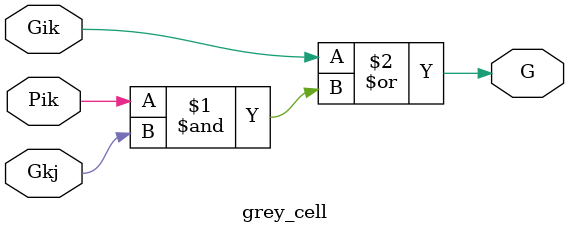
<source format=sv>
module grey_cell (
	input logic Gik,
	input logic Gkj,
	input logic Pik,
	output logic G
);

assign G = Gik | (Pik & Gkj);

endmodule : grey_cell
</source>
